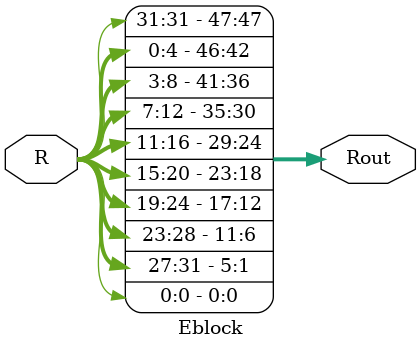
<source format=v>
module Eblock(
    input [0:31] R,
    output [0:47] Rout
    );
assign Rout = {R[31], R[0], R[1], R[2], R[3], R[4], R[3], R[4], R[5], R[6], R[7], R[8], R[7], R[8], R[9], R[10], R[11], R[12], R[11], R[12], R[13], R[14], R[15], R[16], R[15], R[16], R[17], R[18], R[19], R[20], R[19], R[20], R[21], R[22], R[23], R[24], R[23], R[24], R[25], R[26], R[27], R[28], R[27], R[28], R[29], R[30], R[31], R[0]};
endmodule
</source>
